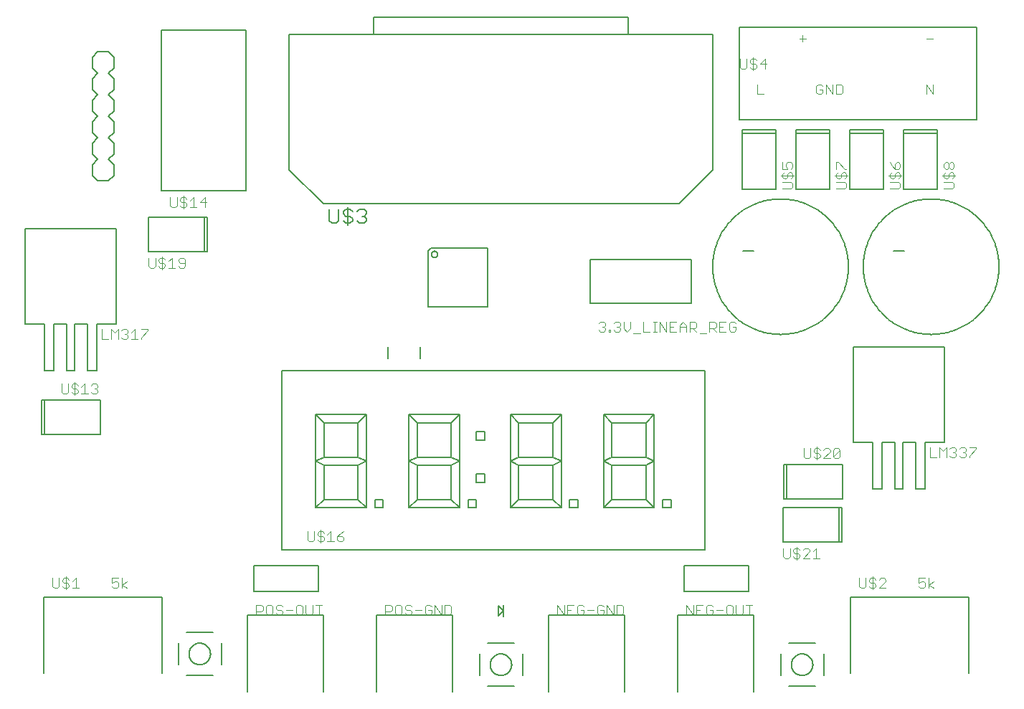
<source format=gto>
G75*
%MOIN*%
%OFA0B0*%
%FSLAX25Y25*%
%IPPOS*%
%LPD*%
%AMOC8*
5,1,8,0,0,1.08239X$1,22.5*
%
%ADD10C,0.00500*%
%ADD11C,0.00400*%
%ADD12C,0.00600*%
%ADD13C,0.00800*%
D10*
X0023441Y0064990D02*
X0023441Y0100423D01*
X0078559Y0100423D01*
X0078559Y0064990D01*
X0118126Y0056368D02*
X0118126Y0091801D01*
X0153559Y0091801D01*
X0153559Y0056368D01*
X0178126Y0056368D02*
X0178126Y0091801D01*
X0213559Y0091801D01*
X0213559Y0056368D01*
X0258126Y0056368D02*
X0258126Y0091801D01*
X0293559Y0091801D01*
X0293559Y0056368D01*
X0318126Y0056368D02*
X0318126Y0091801D01*
X0353559Y0091801D01*
X0353559Y0056368D01*
X0398441Y0064990D02*
X0398441Y0100423D01*
X0453559Y0100423D01*
X0453559Y0064990D01*
X0394622Y0126053D02*
X0393047Y0126053D01*
X0393047Y0141801D01*
X0394622Y0141801D01*
X0394622Y0126053D01*
X0393047Y0126053D02*
X0367063Y0126053D01*
X0367063Y0141801D01*
X0393047Y0141801D01*
X0394937Y0146053D02*
X0368953Y0146053D01*
X0368953Y0161801D01*
X0394937Y0161801D01*
X0394937Y0146053D01*
X0408795Y0150502D02*
X0413126Y0150502D01*
X0413126Y0172156D01*
X0419031Y0172156D01*
X0419031Y0150502D01*
X0422969Y0150502D01*
X0422969Y0172156D01*
X0428874Y0172156D01*
X0428874Y0150502D01*
X0433205Y0150502D01*
X0433205Y0172156D01*
X0442260Y0172156D01*
X0442260Y0216644D01*
X0399740Y0216644D01*
X0399740Y0172156D01*
X0408795Y0172156D01*
X0408795Y0150502D01*
X0368953Y0146053D02*
X0367378Y0146053D01*
X0367378Y0161801D01*
X0368953Y0161801D01*
X0330921Y0122116D02*
X0330921Y0205581D01*
X0190646Y0205581D01*
X0190567Y0205581D02*
X0134071Y0205581D01*
X0134071Y0122116D01*
X0330921Y0122116D01*
X0315173Y0141801D02*
X0311236Y0141801D01*
X0311236Y0145738D01*
X0315173Y0145738D01*
X0315173Y0141801D01*
X0307299Y0141801D02*
X0303362Y0145738D01*
X0303362Y0161486D01*
X0307299Y0163455D01*
X0303362Y0165423D01*
X0287614Y0165423D01*
X0283677Y0163455D01*
X0287614Y0161486D01*
X0303362Y0161486D01*
X0303362Y0165423D02*
X0303362Y0181171D01*
X0307299Y0185108D01*
X0283677Y0185108D01*
X0287614Y0181171D01*
X0287614Y0165423D01*
X0287614Y0161486D02*
X0287614Y0145738D01*
X0283677Y0141801D01*
X0307299Y0141801D01*
X0307299Y0163455D01*
X0307299Y0185108D01*
X0303362Y0181171D02*
X0287614Y0181171D01*
X0283677Y0185108D02*
X0283677Y0163455D01*
X0283677Y0141801D01*
X0287614Y0145738D02*
X0303362Y0145738D01*
X0271866Y0145738D02*
X0271866Y0141801D01*
X0267929Y0141801D01*
X0267929Y0145738D01*
X0271866Y0145738D01*
X0263992Y0141801D02*
X0260055Y0145738D01*
X0260055Y0161486D01*
X0263992Y0163455D01*
X0260055Y0165423D01*
X0244307Y0165423D01*
X0240370Y0163455D01*
X0244307Y0161486D01*
X0260055Y0161486D01*
X0260055Y0165423D02*
X0260055Y0181171D01*
X0263992Y0185108D01*
X0240370Y0185108D01*
X0244307Y0181171D01*
X0244307Y0165423D01*
X0244307Y0161486D02*
X0244307Y0145738D01*
X0240370Y0141801D01*
X0263992Y0141801D01*
X0263992Y0163455D01*
X0263992Y0185108D01*
X0260055Y0181171D02*
X0244307Y0181171D01*
X0240370Y0185108D02*
X0240370Y0163455D01*
X0240370Y0141801D01*
X0244307Y0145738D02*
X0260055Y0145738D01*
X0228559Y0153612D02*
X0228559Y0157549D01*
X0224622Y0157549D01*
X0224622Y0153612D01*
X0228559Y0153612D01*
X0224622Y0145738D02*
X0220685Y0145738D01*
X0220685Y0141801D01*
X0224622Y0141801D01*
X0224622Y0145738D01*
X0216748Y0141801D02*
X0212811Y0145738D01*
X0212811Y0161486D01*
X0216748Y0163455D01*
X0212811Y0165423D01*
X0197063Y0165423D01*
X0193126Y0163455D01*
X0197063Y0161486D01*
X0212811Y0161486D01*
X0212811Y0165423D02*
X0212811Y0181171D01*
X0216748Y0185108D01*
X0193126Y0185108D01*
X0197063Y0181171D01*
X0197063Y0165423D01*
X0197063Y0161486D02*
X0197063Y0145738D01*
X0193126Y0141801D01*
X0216748Y0141801D01*
X0216748Y0163455D01*
X0216748Y0185108D01*
X0212811Y0181171D02*
X0197063Y0181171D01*
X0193126Y0185108D02*
X0193126Y0163455D01*
X0193126Y0141801D01*
X0197063Y0145738D02*
X0212811Y0145738D01*
X0224622Y0173297D02*
X0228559Y0173297D01*
X0228559Y0177234D01*
X0224622Y0177234D01*
X0224622Y0173297D01*
X0181315Y0145738D02*
X0181315Y0141801D01*
X0177378Y0141801D01*
X0177378Y0145738D01*
X0181315Y0145738D01*
X0173441Y0141801D02*
X0169504Y0145738D01*
X0169504Y0161486D01*
X0173441Y0163455D01*
X0169504Y0165423D01*
X0153756Y0165423D01*
X0149819Y0163455D01*
X0153756Y0161486D01*
X0169504Y0161486D01*
X0169504Y0165423D02*
X0169504Y0181171D01*
X0173441Y0185108D01*
X0149819Y0185108D01*
X0153756Y0181171D01*
X0153756Y0165423D01*
X0153756Y0161486D02*
X0153756Y0145738D01*
X0149819Y0141801D01*
X0173441Y0141801D01*
X0173441Y0163455D01*
X0173441Y0185108D01*
X0169504Y0181171D02*
X0153756Y0181171D01*
X0149819Y0185108D02*
X0149819Y0163455D01*
X0149819Y0141801D01*
X0153756Y0145738D02*
X0169504Y0145738D01*
X0277378Y0236880D02*
X0324622Y0236880D01*
X0324622Y0257352D01*
X0277378Y0257352D01*
X0277378Y0236880D01*
X0318677Y0283179D02*
X0334425Y0298927D01*
X0334425Y0361919D01*
X0295055Y0361919D01*
X0295055Y0369793D01*
X0176945Y0369793D01*
X0176945Y0361919D01*
X0137575Y0361919D01*
X0137575Y0298927D01*
X0153323Y0283179D01*
X0318677Y0283179D01*
X0348126Y0289990D02*
X0348126Y0315974D01*
X0363874Y0315974D01*
X0363874Y0289990D01*
X0348126Y0289990D01*
X0373126Y0289990D02*
X0373126Y0315974D01*
X0388874Y0315974D01*
X0388874Y0289990D01*
X0373126Y0289990D01*
X0398126Y0289990D02*
X0398126Y0315974D01*
X0413874Y0315974D01*
X0413874Y0289990D01*
X0398126Y0289990D01*
X0423126Y0289990D02*
X0423126Y0315974D01*
X0438874Y0315974D01*
X0438874Y0289990D01*
X0423126Y0289990D01*
X0423126Y0315974D02*
X0423126Y0317549D01*
X0438874Y0317549D01*
X0438874Y0315974D01*
X0457181Y0322116D02*
X0457181Y0365423D01*
X0346945Y0365423D01*
X0346945Y0322116D01*
X0457181Y0322116D01*
X0413874Y0317549D02*
X0413874Y0315974D01*
X0413874Y0317549D02*
X0398126Y0317549D01*
X0398126Y0315974D01*
X0388874Y0315974D02*
X0388874Y0317549D01*
X0373126Y0317549D01*
X0373126Y0315974D01*
X0363874Y0315974D02*
X0363874Y0317549D01*
X0348126Y0317549D01*
X0348126Y0315974D01*
X0295055Y0361919D02*
X0176945Y0361919D01*
X0117496Y0364045D02*
X0117496Y0289242D01*
X0078126Y0289242D01*
X0078126Y0364045D01*
X0117496Y0364045D01*
X0099622Y0276801D02*
X0099622Y0261053D01*
X0098047Y0261053D01*
X0098047Y0276801D01*
X0099622Y0276801D01*
X0098047Y0276801D02*
X0072063Y0276801D01*
X0072063Y0261053D01*
X0098047Y0261053D01*
X0057260Y0271644D02*
X0057260Y0227156D01*
X0048205Y0227156D01*
X0048205Y0205502D01*
X0043874Y0205502D01*
X0043874Y0227156D01*
X0037969Y0227156D01*
X0037969Y0205502D01*
X0034031Y0205502D01*
X0034031Y0227156D01*
X0028126Y0227156D01*
X0028126Y0205502D01*
X0023795Y0205502D01*
X0023795Y0227156D01*
X0014740Y0227156D01*
X0014740Y0271644D01*
X0057260Y0271644D01*
X0049937Y0191801D02*
X0023953Y0191801D01*
X0023953Y0176053D01*
X0022378Y0176053D01*
X0022378Y0191801D01*
X0023953Y0191801D01*
X0023953Y0176053D02*
X0049937Y0176053D01*
X0049937Y0191801D01*
D11*
X0047835Y0194875D02*
X0046300Y0194875D01*
X0045533Y0195643D01*
X0043998Y0194875D02*
X0040929Y0194875D01*
X0042464Y0194875D02*
X0042464Y0199479D01*
X0040929Y0197944D01*
X0039394Y0198712D02*
X0038627Y0199479D01*
X0037093Y0199479D01*
X0036325Y0198712D01*
X0036325Y0197944D01*
X0037093Y0197177D01*
X0038627Y0197177D01*
X0039394Y0196410D01*
X0039394Y0195643D01*
X0038627Y0194875D01*
X0037093Y0194875D01*
X0036325Y0195643D01*
X0034791Y0195643D02*
X0034791Y0199479D01*
X0031721Y0199479D02*
X0031721Y0195643D01*
X0032489Y0194875D01*
X0034023Y0194875D01*
X0034791Y0195643D01*
X0037860Y0194108D02*
X0037860Y0200246D01*
X0045533Y0198712D02*
X0046300Y0199479D01*
X0047835Y0199479D01*
X0048602Y0198712D01*
X0048602Y0197944D01*
X0047835Y0197177D01*
X0048602Y0196410D01*
X0048602Y0195643D01*
X0047835Y0194875D01*
X0047835Y0197177D02*
X0047068Y0197177D01*
X0050373Y0220269D02*
X0053443Y0220269D01*
X0054977Y0220269D02*
X0054977Y0224873D01*
X0056512Y0223338D01*
X0058046Y0224873D01*
X0058046Y0220269D01*
X0059581Y0221036D02*
X0060348Y0220269D01*
X0061883Y0220269D01*
X0062650Y0221036D01*
X0062650Y0221804D01*
X0061883Y0222571D01*
X0061116Y0222571D01*
X0061883Y0222571D02*
X0062650Y0223338D01*
X0062650Y0224105D01*
X0061883Y0224873D01*
X0060348Y0224873D01*
X0059581Y0224105D01*
X0064185Y0223338D02*
X0065720Y0224873D01*
X0065720Y0220269D01*
X0067254Y0220269D02*
X0064185Y0220269D01*
X0068789Y0220269D02*
X0068789Y0221036D01*
X0071858Y0224105D01*
X0071858Y0224873D01*
X0068789Y0224873D01*
X0050373Y0224873D02*
X0050373Y0220269D01*
X0073030Y0253379D02*
X0074565Y0253379D01*
X0075332Y0254146D01*
X0075332Y0257983D01*
X0076867Y0257216D02*
X0077634Y0257983D01*
X0079169Y0257983D01*
X0079936Y0257216D01*
X0079169Y0255681D02*
X0077634Y0255681D01*
X0076867Y0256448D01*
X0076867Y0257216D01*
X0078402Y0258750D02*
X0078402Y0252612D01*
X0079169Y0253379D02*
X0079936Y0254146D01*
X0079936Y0254914D01*
X0079169Y0255681D01*
X0079169Y0253379D02*
X0077634Y0253379D01*
X0076867Y0254146D01*
X0073030Y0253379D02*
X0072263Y0254146D01*
X0072263Y0257983D01*
X0081471Y0256448D02*
X0083005Y0257983D01*
X0083005Y0253379D01*
X0081471Y0253379D02*
X0084540Y0253379D01*
X0086075Y0254146D02*
X0086842Y0253379D01*
X0088377Y0253379D01*
X0089144Y0254146D01*
X0089144Y0257216D01*
X0088377Y0257983D01*
X0086842Y0257983D01*
X0086075Y0257216D01*
X0086075Y0256448D01*
X0086842Y0255681D01*
X0089144Y0255681D01*
X0088402Y0280801D02*
X0088402Y0286939D01*
X0089169Y0286172D02*
X0089936Y0285405D01*
X0089169Y0286172D02*
X0087634Y0286172D01*
X0086867Y0285405D01*
X0086867Y0284637D01*
X0087634Y0283870D01*
X0089169Y0283870D01*
X0089936Y0283103D01*
X0089936Y0282335D01*
X0089169Y0281568D01*
X0087634Y0281568D01*
X0086867Y0282335D01*
X0085332Y0282335D02*
X0085332Y0286172D01*
X0082263Y0286172D02*
X0082263Y0282335D01*
X0083030Y0281568D01*
X0084565Y0281568D01*
X0085332Y0282335D01*
X0091471Y0281568D02*
X0094540Y0281568D01*
X0093005Y0281568D02*
X0093005Y0286172D01*
X0091471Y0284637D01*
X0096075Y0283870D02*
X0099144Y0283870D01*
X0098377Y0281568D02*
X0098377Y0286172D01*
X0096075Y0283870D01*
X0152220Y0131624D02*
X0152220Y0125486D01*
X0151453Y0126253D02*
X0152988Y0126253D01*
X0153755Y0127020D01*
X0153755Y0127788D01*
X0152988Y0128555D01*
X0151453Y0128555D01*
X0150686Y0129322D01*
X0150686Y0130090D01*
X0151453Y0130857D01*
X0152988Y0130857D01*
X0153755Y0130090D01*
X0155290Y0129322D02*
X0156824Y0130857D01*
X0156824Y0126253D01*
X0155290Y0126253D02*
X0158359Y0126253D01*
X0159894Y0127020D02*
X0159894Y0128555D01*
X0162196Y0128555D01*
X0162963Y0127788D01*
X0162963Y0127020D01*
X0162196Y0126253D01*
X0160661Y0126253D01*
X0159894Y0127020D01*
X0159894Y0128555D02*
X0161428Y0130090D01*
X0162963Y0130857D01*
X0151453Y0126253D02*
X0150686Y0127020D01*
X0149151Y0127020D02*
X0149151Y0130857D01*
X0146082Y0130857D02*
X0146082Y0127020D01*
X0146849Y0126253D01*
X0148384Y0126253D01*
X0149151Y0127020D01*
X0149887Y0096605D02*
X0152956Y0096605D01*
X0151421Y0096605D02*
X0151421Y0092001D01*
X0148352Y0092768D02*
X0148352Y0096605D01*
X0145283Y0096605D02*
X0145283Y0092768D01*
X0146050Y0092001D01*
X0147585Y0092001D01*
X0148352Y0092768D01*
X0143748Y0092768D02*
X0143748Y0095838D01*
X0142981Y0096605D01*
X0141446Y0096605D01*
X0140679Y0095838D01*
X0140679Y0092768D01*
X0141446Y0092001D01*
X0142981Y0092001D01*
X0143748Y0092768D01*
X0139144Y0094303D02*
X0136075Y0094303D01*
X0134540Y0093536D02*
X0134540Y0092768D01*
X0133773Y0092001D01*
X0132238Y0092001D01*
X0131471Y0092768D01*
X0129936Y0092768D02*
X0129936Y0095838D01*
X0129169Y0096605D01*
X0127634Y0096605D01*
X0126867Y0095838D01*
X0126867Y0092768D01*
X0127634Y0092001D01*
X0129169Y0092001D01*
X0129936Y0092768D01*
X0132238Y0094303D02*
X0133773Y0094303D01*
X0134540Y0093536D01*
X0134540Y0095838D02*
X0133773Y0096605D01*
X0132238Y0096605D01*
X0131471Y0095838D01*
X0131471Y0095070D01*
X0132238Y0094303D01*
X0125332Y0094303D02*
X0125332Y0095838D01*
X0124565Y0096605D01*
X0122263Y0096605D01*
X0122263Y0092001D01*
X0122263Y0093536D02*
X0124565Y0093536D01*
X0125332Y0094303D01*
X0182263Y0093536D02*
X0184565Y0093536D01*
X0185332Y0094303D01*
X0185332Y0095838D01*
X0184565Y0096605D01*
X0182263Y0096605D01*
X0182263Y0092001D01*
X0186867Y0092768D02*
X0186867Y0095838D01*
X0187634Y0096605D01*
X0189169Y0096605D01*
X0189936Y0095838D01*
X0189936Y0092768D01*
X0189169Y0092001D01*
X0187634Y0092001D01*
X0186867Y0092768D01*
X0191471Y0092768D02*
X0192238Y0092001D01*
X0193773Y0092001D01*
X0194540Y0092768D01*
X0194540Y0093536D01*
X0193773Y0094303D01*
X0192238Y0094303D01*
X0191471Y0095070D01*
X0191471Y0095838D01*
X0192238Y0096605D01*
X0193773Y0096605D01*
X0194540Y0095838D01*
X0196075Y0094303D02*
X0199144Y0094303D01*
X0200679Y0092768D02*
X0201446Y0092001D01*
X0202981Y0092001D01*
X0203748Y0092768D01*
X0203748Y0094303D01*
X0202213Y0094303D01*
X0200679Y0095838D02*
X0200679Y0092768D01*
X0200679Y0095838D02*
X0201446Y0096605D01*
X0202981Y0096605D01*
X0203748Y0095838D01*
X0205283Y0096605D02*
X0208352Y0092001D01*
X0208352Y0096605D01*
X0209887Y0096605D02*
X0212188Y0096605D01*
X0212956Y0095838D01*
X0212956Y0092768D01*
X0212188Y0092001D01*
X0209887Y0092001D01*
X0209887Y0096605D01*
X0205283Y0096605D02*
X0205283Y0092001D01*
X0262263Y0092001D02*
X0262263Y0096605D01*
X0265332Y0092001D01*
X0265332Y0096605D01*
X0266867Y0096605D02*
X0266867Y0092001D01*
X0269936Y0092001D01*
X0271471Y0092768D02*
X0272238Y0092001D01*
X0273773Y0092001D01*
X0274540Y0092768D01*
X0274540Y0094303D01*
X0273005Y0094303D01*
X0271471Y0095838D02*
X0271471Y0092768D01*
X0271471Y0095838D02*
X0272238Y0096605D01*
X0273773Y0096605D01*
X0274540Y0095838D01*
X0276075Y0094303D02*
X0279144Y0094303D01*
X0280679Y0092768D02*
X0281446Y0092001D01*
X0282981Y0092001D01*
X0283748Y0092768D01*
X0283748Y0094303D01*
X0282213Y0094303D01*
X0280679Y0095838D02*
X0280679Y0092768D01*
X0280679Y0095838D02*
X0281446Y0096605D01*
X0282981Y0096605D01*
X0283748Y0095838D01*
X0285283Y0096605D02*
X0288352Y0092001D01*
X0288352Y0096605D01*
X0289887Y0096605D02*
X0289887Y0092001D01*
X0292188Y0092001D01*
X0292956Y0092768D01*
X0292956Y0095838D01*
X0292188Y0096605D01*
X0289887Y0096605D01*
X0285283Y0096605D02*
X0285283Y0092001D01*
X0269936Y0096605D02*
X0266867Y0096605D01*
X0266867Y0094303D02*
X0268402Y0094303D01*
X0322263Y0092001D02*
X0322263Y0096605D01*
X0325332Y0092001D01*
X0325332Y0096605D01*
X0326867Y0096605D02*
X0326867Y0092001D01*
X0329936Y0092001D01*
X0331471Y0092768D02*
X0332238Y0092001D01*
X0333773Y0092001D01*
X0334540Y0092768D01*
X0334540Y0094303D01*
X0333005Y0094303D01*
X0331471Y0095838D02*
X0331471Y0092768D01*
X0331471Y0095838D02*
X0332238Y0096605D01*
X0333773Y0096605D01*
X0334540Y0095838D01*
X0336075Y0094303D02*
X0339144Y0094303D01*
X0340679Y0092768D02*
X0341446Y0092001D01*
X0342981Y0092001D01*
X0343748Y0092768D01*
X0343748Y0095838D01*
X0342981Y0096605D01*
X0341446Y0096605D01*
X0340679Y0095838D01*
X0340679Y0092768D01*
X0345283Y0092768D02*
X0345283Y0096605D01*
X0348352Y0096605D02*
X0348352Y0092768D01*
X0347585Y0092001D01*
X0346050Y0092001D01*
X0345283Y0092768D01*
X0349887Y0096605D02*
X0352956Y0096605D01*
X0351421Y0096605D02*
X0351421Y0092001D01*
X0329936Y0096605D02*
X0326867Y0096605D01*
X0326867Y0094303D02*
X0328402Y0094303D01*
X0367263Y0119146D02*
X0368030Y0118379D01*
X0369565Y0118379D01*
X0370332Y0119146D01*
X0370332Y0122983D01*
X0371867Y0122216D02*
X0372634Y0122983D01*
X0374169Y0122983D01*
X0374936Y0122216D01*
X0376471Y0122216D02*
X0377238Y0122983D01*
X0378773Y0122983D01*
X0379540Y0122216D01*
X0379540Y0121448D01*
X0376471Y0118379D01*
X0379540Y0118379D01*
X0381075Y0118379D02*
X0384144Y0118379D01*
X0382609Y0118379D02*
X0382609Y0122983D01*
X0381075Y0121448D01*
X0374936Y0119914D02*
X0374169Y0120681D01*
X0372634Y0120681D01*
X0371867Y0121448D01*
X0371867Y0122216D01*
X0373402Y0123750D02*
X0373402Y0117612D01*
X0374169Y0118379D02*
X0374936Y0119146D01*
X0374936Y0119914D01*
X0374169Y0118379D02*
X0372634Y0118379D01*
X0371867Y0119146D01*
X0367263Y0119146D02*
X0367263Y0122983D01*
X0402578Y0109164D02*
X0402578Y0105328D01*
X0403345Y0104560D01*
X0404880Y0104560D01*
X0405647Y0105328D01*
X0405647Y0109164D01*
X0407182Y0108397D02*
X0407949Y0109164D01*
X0409484Y0109164D01*
X0410251Y0108397D01*
X0411786Y0108397D02*
X0412553Y0109164D01*
X0414088Y0109164D01*
X0414855Y0108397D01*
X0414855Y0107630D01*
X0411786Y0104560D01*
X0414855Y0104560D01*
X0410251Y0105328D02*
X0410251Y0106095D01*
X0409484Y0106862D01*
X0407949Y0106862D01*
X0407182Y0107630D01*
X0407182Y0108397D01*
X0408717Y0109931D02*
X0408717Y0103793D01*
X0409484Y0104560D02*
X0410251Y0105328D01*
X0409484Y0104560D02*
X0407949Y0104560D01*
X0407182Y0105328D01*
X0430137Y0105328D02*
X0430904Y0104560D01*
X0432439Y0104560D01*
X0433206Y0105328D01*
X0433206Y0106862D01*
X0432439Y0107630D01*
X0431672Y0107630D01*
X0430137Y0106862D01*
X0430137Y0109164D01*
X0433206Y0109164D01*
X0434741Y0109164D02*
X0434741Y0104560D01*
X0434741Y0106095D02*
X0437043Y0107630D01*
X0434741Y0106095D02*
X0437043Y0104560D01*
X0438443Y0165269D02*
X0435373Y0165269D01*
X0435373Y0169873D01*
X0439977Y0169873D02*
X0439977Y0165269D01*
X0443046Y0165269D02*
X0443046Y0169873D01*
X0441512Y0168338D01*
X0439977Y0169873D01*
X0444581Y0169105D02*
X0445348Y0169873D01*
X0446883Y0169873D01*
X0447650Y0169105D01*
X0447650Y0168338D01*
X0446883Y0167571D01*
X0447650Y0166804D01*
X0447650Y0166036D01*
X0446883Y0165269D01*
X0445348Y0165269D01*
X0444581Y0166036D01*
X0446116Y0167571D02*
X0446883Y0167571D01*
X0449185Y0169105D02*
X0449952Y0169873D01*
X0451487Y0169873D01*
X0452254Y0169105D01*
X0452254Y0168338D01*
X0451487Y0167571D01*
X0452254Y0166804D01*
X0452254Y0166036D01*
X0451487Y0165269D01*
X0449952Y0165269D01*
X0449185Y0166036D01*
X0450720Y0167571D02*
X0451487Y0167571D01*
X0453789Y0166036D02*
X0453789Y0165269D01*
X0453789Y0166036D02*
X0456858Y0169105D01*
X0456858Y0169873D01*
X0453789Y0169873D01*
X0393602Y0168712D02*
X0390533Y0165643D01*
X0391300Y0164875D01*
X0392835Y0164875D01*
X0393602Y0165643D01*
X0393602Y0168712D01*
X0392835Y0169479D01*
X0391300Y0169479D01*
X0390533Y0168712D01*
X0390533Y0165643D01*
X0388998Y0164875D02*
X0385929Y0164875D01*
X0388998Y0167944D01*
X0388998Y0168712D01*
X0388231Y0169479D01*
X0386696Y0169479D01*
X0385929Y0168712D01*
X0384394Y0168712D02*
X0383627Y0169479D01*
X0382093Y0169479D01*
X0381325Y0168712D01*
X0381325Y0167944D01*
X0382093Y0167177D01*
X0383627Y0167177D01*
X0384394Y0166410D01*
X0384394Y0165643D01*
X0383627Y0164875D01*
X0382093Y0164875D01*
X0381325Y0165643D01*
X0379791Y0165643D02*
X0379791Y0169479D01*
X0376721Y0169479D02*
X0376721Y0165643D01*
X0377489Y0164875D01*
X0379023Y0164875D01*
X0379791Y0165643D01*
X0382860Y0164108D02*
X0382860Y0170246D01*
X0344435Y0223694D02*
X0345203Y0224461D01*
X0345203Y0225996D01*
X0343668Y0225996D01*
X0345203Y0227531D02*
X0344435Y0228298D01*
X0342901Y0228298D01*
X0342133Y0227531D01*
X0342133Y0224461D01*
X0342901Y0223694D01*
X0344435Y0223694D01*
X0340599Y0223694D02*
X0337529Y0223694D01*
X0337529Y0228298D01*
X0340599Y0228298D01*
X0339064Y0225996D02*
X0337529Y0225996D01*
X0335995Y0225996D02*
X0335227Y0225229D01*
X0332925Y0225229D01*
X0332925Y0223694D02*
X0332925Y0228298D01*
X0335227Y0228298D01*
X0335995Y0227531D01*
X0335995Y0225996D01*
X0334460Y0225229D02*
X0335995Y0223694D01*
X0331391Y0222927D02*
X0328322Y0222927D01*
X0326787Y0223694D02*
X0325252Y0225229D01*
X0326020Y0225229D02*
X0323718Y0225229D01*
X0323718Y0223694D02*
X0323718Y0228298D01*
X0326020Y0228298D01*
X0326787Y0227531D01*
X0326787Y0225996D01*
X0326020Y0225229D01*
X0322183Y0225996D02*
X0319114Y0225996D01*
X0319114Y0226763D02*
X0320648Y0228298D01*
X0322183Y0226763D01*
X0322183Y0223694D01*
X0319114Y0223694D02*
X0319114Y0226763D01*
X0317579Y0228298D02*
X0314510Y0228298D01*
X0314510Y0223694D01*
X0317579Y0223694D01*
X0316044Y0225996D02*
X0314510Y0225996D01*
X0312975Y0223694D02*
X0312975Y0228298D01*
X0309906Y0228298D02*
X0309906Y0223694D01*
X0308371Y0223694D02*
X0306837Y0223694D01*
X0307604Y0223694D02*
X0307604Y0228298D01*
X0306837Y0228298D02*
X0308371Y0228298D01*
X0309906Y0228298D02*
X0312975Y0223694D01*
X0305302Y0223694D02*
X0302233Y0223694D01*
X0302233Y0228298D01*
X0300698Y0222927D02*
X0297629Y0222927D01*
X0296094Y0225229D02*
X0296094Y0228298D01*
X0293025Y0228298D02*
X0293025Y0225229D01*
X0294559Y0223694D01*
X0296094Y0225229D01*
X0291490Y0225229D02*
X0290723Y0225996D01*
X0289955Y0225996D01*
X0290723Y0225996D02*
X0291490Y0226763D01*
X0291490Y0227531D01*
X0290723Y0228298D01*
X0289188Y0228298D01*
X0288421Y0227531D01*
X0288421Y0224461D02*
X0289188Y0223694D01*
X0290723Y0223694D01*
X0291490Y0224461D01*
X0291490Y0225229D01*
X0286886Y0224461D02*
X0286886Y0223694D01*
X0286119Y0223694D01*
X0286119Y0224461D01*
X0286886Y0224461D01*
X0284584Y0224461D02*
X0283817Y0223694D01*
X0282282Y0223694D01*
X0281515Y0224461D01*
X0283050Y0225996D02*
X0283817Y0225996D01*
X0284584Y0225229D01*
X0284584Y0224461D01*
X0283817Y0225996D02*
X0284584Y0226763D01*
X0284584Y0227531D01*
X0283817Y0228298D01*
X0282282Y0228298D01*
X0281515Y0227531D01*
X0366944Y0290190D02*
X0370781Y0290190D01*
X0371548Y0290957D01*
X0371548Y0292492D01*
X0370781Y0293259D01*
X0366944Y0293259D01*
X0367711Y0294794D02*
X0366944Y0295561D01*
X0366944Y0297096D01*
X0367711Y0297863D01*
X0366944Y0299398D02*
X0369246Y0299398D01*
X0368479Y0300933D01*
X0368479Y0301700D01*
X0369246Y0302467D01*
X0370781Y0302467D01*
X0371548Y0301700D01*
X0371548Y0300165D01*
X0370781Y0299398D01*
X0370781Y0297863D02*
X0370013Y0297863D01*
X0369246Y0297096D01*
X0369246Y0295561D01*
X0368479Y0294794D01*
X0367711Y0294794D01*
X0366177Y0296329D02*
X0372315Y0296329D01*
X0371548Y0297096D02*
X0370781Y0297863D01*
X0371548Y0297096D02*
X0371548Y0295561D01*
X0370781Y0294794D01*
X0366944Y0299398D02*
X0366944Y0302467D01*
X0391177Y0296329D02*
X0397315Y0296329D01*
X0396548Y0297096D02*
X0395781Y0297863D01*
X0395013Y0297863D01*
X0394246Y0297096D01*
X0394246Y0295561D01*
X0393479Y0294794D01*
X0392711Y0294794D01*
X0391944Y0295561D01*
X0391944Y0297096D01*
X0392711Y0297863D01*
X0391944Y0299398D02*
X0391944Y0302467D01*
X0392711Y0302467D01*
X0395781Y0299398D01*
X0396548Y0299398D01*
X0396548Y0297096D02*
X0396548Y0295561D01*
X0395781Y0294794D01*
X0395781Y0293259D02*
X0391944Y0293259D01*
X0391944Y0290190D02*
X0395781Y0290190D01*
X0396548Y0290957D01*
X0396548Y0292492D01*
X0395781Y0293259D01*
X0416177Y0296329D02*
X0422315Y0296329D01*
X0421548Y0297096D02*
X0420781Y0297863D01*
X0420013Y0297863D01*
X0419246Y0297096D01*
X0419246Y0295561D01*
X0418479Y0294794D01*
X0417711Y0294794D01*
X0416944Y0295561D01*
X0416944Y0297096D01*
X0417711Y0297863D01*
X0419246Y0299398D02*
X0417711Y0300933D01*
X0416944Y0302467D01*
X0419246Y0301700D02*
X0419246Y0299398D01*
X0420781Y0299398D01*
X0421548Y0300165D01*
X0421548Y0301700D01*
X0420781Y0302467D01*
X0420013Y0302467D01*
X0419246Y0301700D01*
X0421548Y0297096D02*
X0421548Y0295561D01*
X0420781Y0294794D01*
X0420781Y0293259D02*
X0416944Y0293259D01*
X0416944Y0290190D02*
X0420781Y0290190D01*
X0421548Y0290957D01*
X0421548Y0292492D01*
X0420781Y0293259D01*
X0441177Y0296329D02*
X0447315Y0296329D01*
X0446548Y0297096D02*
X0445781Y0297863D01*
X0445013Y0297863D01*
X0444246Y0297096D01*
X0444246Y0295561D01*
X0443479Y0294794D01*
X0442711Y0294794D01*
X0441944Y0295561D01*
X0441944Y0297096D01*
X0442711Y0297863D01*
X0442711Y0299398D02*
X0443479Y0299398D01*
X0444246Y0300165D01*
X0444246Y0301700D01*
X0445013Y0302467D01*
X0445781Y0302467D01*
X0446548Y0301700D01*
X0446548Y0300165D01*
X0445781Y0299398D01*
X0445013Y0299398D01*
X0444246Y0300165D01*
X0444246Y0301700D02*
X0443479Y0302467D01*
X0442711Y0302467D01*
X0441944Y0301700D01*
X0441944Y0300165D01*
X0442711Y0299398D01*
X0446548Y0297096D02*
X0446548Y0295561D01*
X0445781Y0294794D01*
X0445781Y0293259D02*
X0441944Y0293259D01*
X0441944Y0290190D02*
X0445781Y0290190D01*
X0446548Y0290957D01*
X0446548Y0292492D01*
X0445781Y0293259D01*
X0436828Y0334127D02*
X0436828Y0338731D01*
X0433759Y0338731D02*
X0436828Y0334127D01*
X0433759Y0334127D02*
X0433759Y0338731D01*
X0433759Y0360051D02*
X0436828Y0360051D01*
X0394855Y0337964D02*
X0394855Y0334894D01*
X0394088Y0334127D01*
X0391786Y0334127D01*
X0391786Y0338731D01*
X0394088Y0338731D01*
X0394855Y0337964D01*
X0390251Y0338731D02*
X0390251Y0334127D01*
X0387182Y0338731D01*
X0387182Y0334127D01*
X0385647Y0334894D02*
X0385647Y0336429D01*
X0384113Y0336429D01*
X0385647Y0334894D02*
X0384880Y0334127D01*
X0383345Y0334127D01*
X0382578Y0334894D01*
X0382578Y0337964D01*
X0383345Y0338731D01*
X0384880Y0338731D01*
X0385647Y0337964D01*
X0376239Y0358517D02*
X0376239Y0361586D01*
X0374704Y0360051D02*
X0377773Y0360051D01*
X0358655Y0350542D02*
X0356353Y0348240D01*
X0359422Y0348240D01*
X0358655Y0345938D02*
X0358655Y0350542D01*
X0354818Y0349775D02*
X0354051Y0350542D01*
X0352516Y0350542D01*
X0351749Y0349775D01*
X0351749Y0349007D01*
X0352516Y0348240D01*
X0354051Y0348240D01*
X0354818Y0347473D01*
X0354818Y0346705D01*
X0354051Y0345938D01*
X0352516Y0345938D01*
X0351749Y0346705D01*
X0350214Y0346705D02*
X0350214Y0350542D01*
X0347145Y0350542D02*
X0347145Y0346705D01*
X0347912Y0345938D01*
X0349447Y0345938D01*
X0350214Y0346705D01*
X0353283Y0345171D02*
X0353283Y0351309D01*
X0355019Y0338731D02*
X0355019Y0334127D01*
X0358088Y0334127D01*
X0062043Y0107630D02*
X0059741Y0106095D01*
X0062043Y0104560D01*
X0059741Y0104560D02*
X0059741Y0109164D01*
X0058206Y0109164D02*
X0055137Y0109164D01*
X0055137Y0106862D01*
X0056672Y0107630D01*
X0057439Y0107630D01*
X0058206Y0106862D01*
X0058206Y0105328D01*
X0057439Y0104560D01*
X0055904Y0104560D01*
X0055137Y0105328D01*
X0039855Y0104560D02*
X0036786Y0104560D01*
X0038320Y0104560D02*
X0038320Y0109164D01*
X0036786Y0107630D01*
X0035251Y0108397D02*
X0034484Y0109164D01*
X0032949Y0109164D01*
X0032182Y0108397D01*
X0032182Y0107630D01*
X0032949Y0106862D01*
X0034484Y0106862D01*
X0035251Y0106095D01*
X0035251Y0105328D01*
X0034484Y0104560D01*
X0032949Y0104560D01*
X0032182Y0105328D01*
X0030647Y0105328D02*
X0030647Y0109164D01*
X0027578Y0109164D02*
X0027578Y0105328D01*
X0028345Y0104560D01*
X0029880Y0104560D01*
X0030647Y0105328D01*
X0033717Y0103793D02*
X0033717Y0109931D01*
D12*
X0202201Y0235128D02*
X0202201Y0261329D01*
X0203598Y0262726D01*
X0229799Y0262726D01*
X0229799Y0235128D01*
X0202201Y0235128D01*
X0203786Y0259727D02*
X0203788Y0259802D01*
X0203794Y0259876D01*
X0203804Y0259950D01*
X0203817Y0260023D01*
X0203835Y0260096D01*
X0203856Y0260167D01*
X0203881Y0260238D01*
X0203910Y0260307D01*
X0203943Y0260374D01*
X0203979Y0260439D01*
X0204018Y0260503D01*
X0204060Y0260564D01*
X0204106Y0260623D01*
X0204155Y0260680D01*
X0204207Y0260733D01*
X0204261Y0260784D01*
X0204318Y0260833D01*
X0204378Y0260877D01*
X0204440Y0260919D01*
X0204504Y0260958D01*
X0204570Y0260993D01*
X0204637Y0261024D01*
X0204707Y0261052D01*
X0204777Y0261076D01*
X0204849Y0261097D01*
X0204922Y0261113D01*
X0204995Y0261126D01*
X0205070Y0261135D01*
X0205144Y0261140D01*
X0205219Y0261141D01*
X0205293Y0261138D01*
X0205368Y0261131D01*
X0205441Y0261120D01*
X0205515Y0261106D01*
X0205587Y0261087D01*
X0205658Y0261065D01*
X0205728Y0261039D01*
X0205797Y0261009D01*
X0205863Y0260976D01*
X0205928Y0260939D01*
X0205991Y0260899D01*
X0206052Y0260855D01*
X0206110Y0260809D01*
X0206166Y0260759D01*
X0206219Y0260707D01*
X0206270Y0260652D01*
X0206317Y0260594D01*
X0206361Y0260534D01*
X0206402Y0260471D01*
X0206440Y0260407D01*
X0206474Y0260341D01*
X0206505Y0260272D01*
X0206532Y0260203D01*
X0206555Y0260132D01*
X0206574Y0260060D01*
X0206590Y0259987D01*
X0206602Y0259913D01*
X0206610Y0259839D01*
X0206614Y0259764D01*
X0206614Y0259690D01*
X0206610Y0259615D01*
X0206602Y0259541D01*
X0206590Y0259467D01*
X0206574Y0259394D01*
X0206555Y0259322D01*
X0206532Y0259251D01*
X0206505Y0259182D01*
X0206474Y0259113D01*
X0206440Y0259047D01*
X0206402Y0258983D01*
X0206361Y0258920D01*
X0206317Y0258860D01*
X0206270Y0258802D01*
X0206219Y0258747D01*
X0206166Y0258695D01*
X0206110Y0258645D01*
X0206052Y0258599D01*
X0205991Y0258555D01*
X0205928Y0258515D01*
X0205863Y0258478D01*
X0205797Y0258445D01*
X0205728Y0258415D01*
X0205658Y0258389D01*
X0205587Y0258367D01*
X0205515Y0258348D01*
X0205441Y0258334D01*
X0205368Y0258323D01*
X0205293Y0258316D01*
X0205219Y0258313D01*
X0205144Y0258314D01*
X0205070Y0258319D01*
X0204995Y0258328D01*
X0204922Y0258341D01*
X0204849Y0258357D01*
X0204777Y0258378D01*
X0204707Y0258402D01*
X0204637Y0258430D01*
X0204570Y0258461D01*
X0204504Y0258496D01*
X0204440Y0258535D01*
X0204378Y0258577D01*
X0204318Y0258621D01*
X0204261Y0258670D01*
X0204207Y0258721D01*
X0204155Y0258774D01*
X0204106Y0258831D01*
X0204060Y0258890D01*
X0204018Y0258951D01*
X0203979Y0259015D01*
X0203943Y0259080D01*
X0203910Y0259147D01*
X0203881Y0259216D01*
X0203856Y0259287D01*
X0203835Y0259358D01*
X0203817Y0259431D01*
X0203804Y0259504D01*
X0203794Y0259578D01*
X0203788Y0259652D01*
X0203786Y0259727D01*
X0173461Y0275295D02*
X0172394Y0274227D01*
X0170259Y0274227D01*
X0169191Y0275295D01*
X0167016Y0275295D02*
X0165948Y0274227D01*
X0163813Y0274227D01*
X0162745Y0275295D01*
X0160570Y0275295D02*
X0160570Y0280633D01*
X0162745Y0279565D02*
X0163813Y0280633D01*
X0165948Y0280633D01*
X0167016Y0279565D01*
X0169191Y0279565D02*
X0170259Y0280633D01*
X0172394Y0280633D01*
X0173461Y0279565D01*
X0173461Y0278497D01*
X0172394Y0277430D01*
X0173461Y0276362D01*
X0173461Y0275295D01*
X0172394Y0277430D02*
X0171326Y0277430D01*
X0167016Y0276362D02*
X0165948Y0277430D01*
X0163813Y0277430D01*
X0162745Y0278497D01*
X0162745Y0279565D01*
X0164881Y0281700D02*
X0164881Y0273160D01*
X0167016Y0275295D02*
X0167016Y0276362D01*
X0160570Y0275295D02*
X0159503Y0274227D01*
X0157368Y0274227D01*
X0156300Y0275295D01*
X0156300Y0280633D01*
D13*
X0183603Y0216526D02*
X0183603Y0211408D01*
X0198367Y0211408D02*
X0198367Y0216526D01*
X0151000Y0114927D02*
X0121000Y0114927D01*
X0121000Y0102927D01*
X0151000Y0102927D01*
X0151000Y0114927D01*
X0106000Y0078809D02*
X0106000Y0069045D01*
X0102063Y0063927D02*
X0089937Y0063927D01*
X0086000Y0069045D02*
X0086000Y0078927D01*
X0089937Y0083927D02*
X0102063Y0083927D01*
X0091000Y0073927D02*
X0091002Y0074068D01*
X0091008Y0074209D01*
X0091018Y0074349D01*
X0091032Y0074489D01*
X0091050Y0074629D01*
X0091071Y0074768D01*
X0091097Y0074907D01*
X0091126Y0075045D01*
X0091160Y0075181D01*
X0091197Y0075317D01*
X0091238Y0075452D01*
X0091283Y0075586D01*
X0091332Y0075718D01*
X0091384Y0075849D01*
X0091440Y0075978D01*
X0091500Y0076105D01*
X0091563Y0076231D01*
X0091629Y0076355D01*
X0091700Y0076478D01*
X0091773Y0076598D01*
X0091850Y0076716D01*
X0091930Y0076832D01*
X0092014Y0076945D01*
X0092100Y0077056D01*
X0092190Y0077165D01*
X0092283Y0077271D01*
X0092378Y0077374D01*
X0092477Y0077475D01*
X0092578Y0077573D01*
X0092682Y0077668D01*
X0092789Y0077760D01*
X0092898Y0077849D01*
X0093010Y0077934D01*
X0093124Y0078017D01*
X0093240Y0078097D01*
X0093359Y0078173D01*
X0093480Y0078245D01*
X0093602Y0078315D01*
X0093727Y0078380D01*
X0093853Y0078443D01*
X0093981Y0078501D01*
X0094111Y0078556D01*
X0094242Y0078608D01*
X0094375Y0078655D01*
X0094509Y0078699D01*
X0094644Y0078740D01*
X0094780Y0078776D01*
X0094917Y0078808D01*
X0095055Y0078837D01*
X0095193Y0078862D01*
X0095333Y0078882D01*
X0095473Y0078899D01*
X0095613Y0078912D01*
X0095754Y0078921D01*
X0095894Y0078926D01*
X0096035Y0078927D01*
X0096176Y0078924D01*
X0096317Y0078917D01*
X0096457Y0078906D01*
X0096597Y0078891D01*
X0096737Y0078872D01*
X0096876Y0078850D01*
X0097014Y0078823D01*
X0097152Y0078793D01*
X0097288Y0078758D01*
X0097424Y0078720D01*
X0097558Y0078678D01*
X0097692Y0078632D01*
X0097824Y0078583D01*
X0097954Y0078529D01*
X0098083Y0078472D01*
X0098210Y0078412D01*
X0098336Y0078348D01*
X0098459Y0078280D01*
X0098581Y0078209D01*
X0098701Y0078135D01*
X0098818Y0078057D01*
X0098933Y0077976D01*
X0099046Y0077892D01*
X0099157Y0077805D01*
X0099265Y0077714D01*
X0099370Y0077621D01*
X0099473Y0077524D01*
X0099573Y0077425D01*
X0099670Y0077323D01*
X0099764Y0077218D01*
X0099855Y0077111D01*
X0099943Y0077001D01*
X0100028Y0076889D01*
X0100110Y0076774D01*
X0100189Y0076657D01*
X0100264Y0076538D01*
X0100336Y0076417D01*
X0100404Y0076294D01*
X0100469Y0076169D01*
X0100531Y0076042D01*
X0100588Y0075913D01*
X0100643Y0075783D01*
X0100693Y0075652D01*
X0100740Y0075519D01*
X0100783Y0075385D01*
X0100822Y0075249D01*
X0100857Y0075113D01*
X0100889Y0074976D01*
X0100916Y0074838D01*
X0100940Y0074699D01*
X0100960Y0074559D01*
X0100976Y0074419D01*
X0100988Y0074279D01*
X0100996Y0074138D01*
X0101000Y0073997D01*
X0101000Y0073857D01*
X0100996Y0073716D01*
X0100988Y0073575D01*
X0100976Y0073435D01*
X0100960Y0073295D01*
X0100940Y0073155D01*
X0100916Y0073016D01*
X0100889Y0072878D01*
X0100857Y0072741D01*
X0100822Y0072605D01*
X0100783Y0072469D01*
X0100740Y0072335D01*
X0100693Y0072202D01*
X0100643Y0072071D01*
X0100588Y0071941D01*
X0100531Y0071812D01*
X0100469Y0071685D01*
X0100404Y0071560D01*
X0100336Y0071437D01*
X0100264Y0071316D01*
X0100189Y0071197D01*
X0100110Y0071080D01*
X0100028Y0070965D01*
X0099943Y0070853D01*
X0099855Y0070743D01*
X0099764Y0070636D01*
X0099670Y0070531D01*
X0099573Y0070429D01*
X0099473Y0070330D01*
X0099370Y0070233D01*
X0099265Y0070140D01*
X0099157Y0070049D01*
X0099046Y0069962D01*
X0098933Y0069878D01*
X0098818Y0069797D01*
X0098701Y0069719D01*
X0098581Y0069645D01*
X0098459Y0069574D01*
X0098336Y0069506D01*
X0098210Y0069442D01*
X0098083Y0069382D01*
X0097954Y0069325D01*
X0097824Y0069271D01*
X0097692Y0069222D01*
X0097558Y0069176D01*
X0097424Y0069134D01*
X0097288Y0069096D01*
X0097152Y0069061D01*
X0097014Y0069031D01*
X0096876Y0069004D01*
X0096737Y0068982D01*
X0096597Y0068963D01*
X0096457Y0068948D01*
X0096317Y0068937D01*
X0096176Y0068930D01*
X0096035Y0068927D01*
X0095894Y0068928D01*
X0095754Y0068933D01*
X0095613Y0068942D01*
X0095473Y0068955D01*
X0095333Y0068972D01*
X0095193Y0068992D01*
X0095055Y0069017D01*
X0094917Y0069046D01*
X0094780Y0069078D01*
X0094644Y0069114D01*
X0094509Y0069155D01*
X0094375Y0069199D01*
X0094242Y0069246D01*
X0094111Y0069298D01*
X0093981Y0069353D01*
X0093853Y0069411D01*
X0093727Y0069474D01*
X0093602Y0069539D01*
X0093480Y0069609D01*
X0093359Y0069681D01*
X0093240Y0069757D01*
X0093124Y0069837D01*
X0093010Y0069920D01*
X0092898Y0070005D01*
X0092789Y0070094D01*
X0092682Y0070186D01*
X0092578Y0070281D01*
X0092477Y0070379D01*
X0092378Y0070480D01*
X0092283Y0070583D01*
X0092190Y0070689D01*
X0092100Y0070798D01*
X0092014Y0070909D01*
X0091930Y0071022D01*
X0091850Y0071138D01*
X0091773Y0071256D01*
X0091700Y0071376D01*
X0091629Y0071499D01*
X0091563Y0071623D01*
X0091500Y0071749D01*
X0091440Y0071876D01*
X0091384Y0072005D01*
X0091332Y0072136D01*
X0091283Y0072268D01*
X0091238Y0072402D01*
X0091197Y0072537D01*
X0091160Y0072673D01*
X0091126Y0072809D01*
X0091097Y0072947D01*
X0091071Y0073086D01*
X0091050Y0073225D01*
X0091032Y0073365D01*
X0091018Y0073505D01*
X0091008Y0073645D01*
X0091002Y0073786D01*
X0091000Y0073927D01*
X0226000Y0073927D02*
X0226000Y0064045D01*
X0229937Y0058927D02*
X0242063Y0058927D01*
X0246000Y0064045D02*
X0246000Y0073809D01*
X0242063Y0078927D02*
X0229937Y0078927D01*
X0231000Y0068927D02*
X0231002Y0069068D01*
X0231008Y0069209D01*
X0231018Y0069349D01*
X0231032Y0069489D01*
X0231050Y0069629D01*
X0231071Y0069768D01*
X0231097Y0069907D01*
X0231126Y0070045D01*
X0231160Y0070181D01*
X0231197Y0070317D01*
X0231238Y0070452D01*
X0231283Y0070586D01*
X0231332Y0070718D01*
X0231384Y0070849D01*
X0231440Y0070978D01*
X0231500Y0071105D01*
X0231563Y0071231D01*
X0231629Y0071355D01*
X0231700Y0071478D01*
X0231773Y0071598D01*
X0231850Y0071716D01*
X0231930Y0071832D01*
X0232014Y0071945D01*
X0232100Y0072056D01*
X0232190Y0072165D01*
X0232283Y0072271D01*
X0232378Y0072374D01*
X0232477Y0072475D01*
X0232578Y0072573D01*
X0232682Y0072668D01*
X0232789Y0072760D01*
X0232898Y0072849D01*
X0233010Y0072934D01*
X0233124Y0073017D01*
X0233240Y0073097D01*
X0233359Y0073173D01*
X0233480Y0073245D01*
X0233602Y0073315D01*
X0233727Y0073380D01*
X0233853Y0073443D01*
X0233981Y0073501D01*
X0234111Y0073556D01*
X0234242Y0073608D01*
X0234375Y0073655D01*
X0234509Y0073699D01*
X0234644Y0073740D01*
X0234780Y0073776D01*
X0234917Y0073808D01*
X0235055Y0073837D01*
X0235193Y0073862D01*
X0235333Y0073882D01*
X0235473Y0073899D01*
X0235613Y0073912D01*
X0235754Y0073921D01*
X0235894Y0073926D01*
X0236035Y0073927D01*
X0236176Y0073924D01*
X0236317Y0073917D01*
X0236457Y0073906D01*
X0236597Y0073891D01*
X0236737Y0073872D01*
X0236876Y0073850D01*
X0237014Y0073823D01*
X0237152Y0073793D01*
X0237288Y0073758D01*
X0237424Y0073720D01*
X0237558Y0073678D01*
X0237692Y0073632D01*
X0237824Y0073583D01*
X0237954Y0073529D01*
X0238083Y0073472D01*
X0238210Y0073412D01*
X0238336Y0073348D01*
X0238459Y0073280D01*
X0238581Y0073209D01*
X0238701Y0073135D01*
X0238818Y0073057D01*
X0238933Y0072976D01*
X0239046Y0072892D01*
X0239157Y0072805D01*
X0239265Y0072714D01*
X0239370Y0072621D01*
X0239473Y0072524D01*
X0239573Y0072425D01*
X0239670Y0072323D01*
X0239764Y0072218D01*
X0239855Y0072111D01*
X0239943Y0072001D01*
X0240028Y0071889D01*
X0240110Y0071774D01*
X0240189Y0071657D01*
X0240264Y0071538D01*
X0240336Y0071417D01*
X0240404Y0071294D01*
X0240469Y0071169D01*
X0240531Y0071042D01*
X0240588Y0070913D01*
X0240643Y0070783D01*
X0240693Y0070652D01*
X0240740Y0070519D01*
X0240783Y0070385D01*
X0240822Y0070249D01*
X0240857Y0070113D01*
X0240889Y0069976D01*
X0240916Y0069838D01*
X0240940Y0069699D01*
X0240960Y0069559D01*
X0240976Y0069419D01*
X0240988Y0069279D01*
X0240996Y0069138D01*
X0241000Y0068997D01*
X0241000Y0068857D01*
X0240996Y0068716D01*
X0240988Y0068575D01*
X0240976Y0068435D01*
X0240960Y0068295D01*
X0240940Y0068155D01*
X0240916Y0068016D01*
X0240889Y0067878D01*
X0240857Y0067741D01*
X0240822Y0067605D01*
X0240783Y0067469D01*
X0240740Y0067335D01*
X0240693Y0067202D01*
X0240643Y0067071D01*
X0240588Y0066941D01*
X0240531Y0066812D01*
X0240469Y0066685D01*
X0240404Y0066560D01*
X0240336Y0066437D01*
X0240264Y0066316D01*
X0240189Y0066197D01*
X0240110Y0066080D01*
X0240028Y0065965D01*
X0239943Y0065853D01*
X0239855Y0065743D01*
X0239764Y0065636D01*
X0239670Y0065531D01*
X0239573Y0065429D01*
X0239473Y0065330D01*
X0239370Y0065233D01*
X0239265Y0065140D01*
X0239157Y0065049D01*
X0239046Y0064962D01*
X0238933Y0064878D01*
X0238818Y0064797D01*
X0238701Y0064719D01*
X0238581Y0064645D01*
X0238459Y0064574D01*
X0238336Y0064506D01*
X0238210Y0064442D01*
X0238083Y0064382D01*
X0237954Y0064325D01*
X0237824Y0064271D01*
X0237692Y0064222D01*
X0237558Y0064176D01*
X0237424Y0064134D01*
X0237288Y0064096D01*
X0237152Y0064061D01*
X0237014Y0064031D01*
X0236876Y0064004D01*
X0236737Y0063982D01*
X0236597Y0063963D01*
X0236457Y0063948D01*
X0236317Y0063937D01*
X0236176Y0063930D01*
X0236035Y0063927D01*
X0235894Y0063928D01*
X0235754Y0063933D01*
X0235613Y0063942D01*
X0235473Y0063955D01*
X0235333Y0063972D01*
X0235193Y0063992D01*
X0235055Y0064017D01*
X0234917Y0064046D01*
X0234780Y0064078D01*
X0234644Y0064114D01*
X0234509Y0064155D01*
X0234375Y0064199D01*
X0234242Y0064246D01*
X0234111Y0064298D01*
X0233981Y0064353D01*
X0233853Y0064411D01*
X0233727Y0064474D01*
X0233602Y0064539D01*
X0233480Y0064609D01*
X0233359Y0064681D01*
X0233240Y0064757D01*
X0233124Y0064837D01*
X0233010Y0064920D01*
X0232898Y0065005D01*
X0232789Y0065094D01*
X0232682Y0065186D01*
X0232578Y0065281D01*
X0232477Y0065379D01*
X0232378Y0065480D01*
X0232283Y0065583D01*
X0232190Y0065689D01*
X0232100Y0065798D01*
X0232014Y0065909D01*
X0231930Y0066022D01*
X0231850Y0066138D01*
X0231773Y0066256D01*
X0231700Y0066376D01*
X0231629Y0066499D01*
X0231563Y0066623D01*
X0231500Y0066749D01*
X0231440Y0066876D01*
X0231384Y0067005D01*
X0231332Y0067136D01*
X0231283Y0067268D01*
X0231238Y0067402D01*
X0231197Y0067537D01*
X0231160Y0067673D01*
X0231126Y0067809D01*
X0231097Y0067947D01*
X0231071Y0068086D01*
X0231050Y0068225D01*
X0231032Y0068365D01*
X0231018Y0068505D01*
X0231008Y0068645D01*
X0231002Y0068786D01*
X0231000Y0068927D01*
X0234819Y0091565D02*
X0237181Y0093927D01*
X0234819Y0096289D01*
X0234819Y0091565D01*
X0237181Y0091171D02*
X0237181Y0093927D01*
X0237181Y0096683D01*
X0321000Y0102927D02*
X0321000Y0114927D01*
X0351000Y0114927D01*
X0351000Y0102927D01*
X0321000Y0102927D01*
X0366000Y0073927D02*
X0366000Y0064045D01*
X0369937Y0058927D02*
X0382063Y0058927D01*
X0386000Y0064045D02*
X0386000Y0073809D01*
X0382063Y0078927D02*
X0369937Y0078927D01*
X0371000Y0068927D02*
X0371002Y0069068D01*
X0371008Y0069209D01*
X0371018Y0069349D01*
X0371032Y0069489D01*
X0371050Y0069629D01*
X0371071Y0069768D01*
X0371097Y0069907D01*
X0371126Y0070045D01*
X0371160Y0070181D01*
X0371197Y0070317D01*
X0371238Y0070452D01*
X0371283Y0070586D01*
X0371332Y0070718D01*
X0371384Y0070849D01*
X0371440Y0070978D01*
X0371500Y0071105D01*
X0371563Y0071231D01*
X0371629Y0071355D01*
X0371700Y0071478D01*
X0371773Y0071598D01*
X0371850Y0071716D01*
X0371930Y0071832D01*
X0372014Y0071945D01*
X0372100Y0072056D01*
X0372190Y0072165D01*
X0372283Y0072271D01*
X0372378Y0072374D01*
X0372477Y0072475D01*
X0372578Y0072573D01*
X0372682Y0072668D01*
X0372789Y0072760D01*
X0372898Y0072849D01*
X0373010Y0072934D01*
X0373124Y0073017D01*
X0373240Y0073097D01*
X0373359Y0073173D01*
X0373480Y0073245D01*
X0373602Y0073315D01*
X0373727Y0073380D01*
X0373853Y0073443D01*
X0373981Y0073501D01*
X0374111Y0073556D01*
X0374242Y0073608D01*
X0374375Y0073655D01*
X0374509Y0073699D01*
X0374644Y0073740D01*
X0374780Y0073776D01*
X0374917Y0073808D01*
X0375055Y0073837D01*
X0375193Y0073862D01*
X0375333Y0073882D01*
X0375473Y0073899D01*
X0375613Y0073912D01*
X0375754Y0073921D01*
X0375894Y0073926D01*
X0376035Y0073927D01*
X0376176Y0073924D01*
X0376317Y0073917D01*
X0376457Y0073906D01*
X0376597Y0073891D01*
X0376737Y0073872D01*
X0376876Y0073850D01*
X0377014Y0073823D01*
X0377152Y0073793D01*
X0377288Y0073758D01*
X0377424Y0073720D01*
X0377558Y0073678D01*
X0377692Y0073632D01*
X0377824Y0073583D01*
X0377954Y0073529D01*
X0378083Y0073472D01*
X0378210Y0073412D01*
X0378336Y0073348D01*
X0378459Y0073280D01*
X0378581Y0073209D01*
X0378701Y0073135D01*
X0378818Y0073057D01*
X0378933Y0072976D01*
X0379046Y0072892D01*
X0379157Y0072805D01*
X0379265Y0072714D01*
X0379370Y0072621D01*
X0379473Y0072524D01*
X0379573Y0072425D01*
X0379670Y0072323D01*
X0379764Y0072218D01*
X0379855Y0072111D01*
X0379943Y0072001D01*
X0380028Y0071889D01*
X0380110Y0071774D01*
X0380189Y0071657D01*
X0380264Y0071538D01*
X0380336Y0071417D01*
X0380404Y0071294D01*
X0380469Y0071169D01*
X0380531Y0071042D01*
X0380588Y0070913D01*
X0380643Y0070783D01*
X0380693Y0070652D01*
X0380740Y0070519D01*
X0380783Y0070385D01*
X0380822Y0070249D01*
X0380857Y0070113D01*
X0380889Y0069976D01*
X0380916Y0069838D01*
X0380940Y0069699D01*
X0380960Y0069559D01*
X0380976Y0069419D01*
X0380988Y0069279D01*
X0380996Y0069138D01*
X0381000Y0068997D01*
X0381000Y0068857D01*
X0380996Y0068716D01*
X0380988Y0068575D01*
X0380976Y0068435D01*
X0380960Y0068295D01*
X0380940Y0068155D01*
X0380916Y0068016D01*
X0380889Y0067878D01*
X0380857Y0067741D01*
X0380822Y0067605D01*
X0380783Y0067469D01*
X0380740Y0067335D01*
X0380693Y0067202D01*
X0380643Y0067071D01*
X0380588Y0066941D01*
X0380531Y0066812D01*
X0380469Y0066685D01*
X0380404Y0066560D01*
X0380336Y0066437D01*
X0380264Y0066316D01*
X0380189Y0066197D01*
X0380110Y0066080D01*
X0380028Y0065965D01*
X0379943Y0065853D01*
X0379855Y0065743D01*
X0379764Y0065636D01*
X0379670Y0065531D01*
X0379573Y0065429D01*
X0379473Y0065330D01*
X0379370Y0065233D01*
X0379265Y0065140D01*
X0379157Y0065049D01*
X0379046Y0064962D01*
X0378933Y0064878D01*
X0378818Y0064797D01*
X0378701Y0064719D01*
X0378581Y0064645D01*
X0378459Y0064574D01*
X0378336Y0064506D01*
X0378210Y0064442D01*
X0378083Y0064382D01*
X0377954Y0064325D01*
X0377824Y0064271D01*
X0377692Y0064222D01*
X0377558Y0064176D01*
X0377424Y0064134D01*
X0377288Y0064096D01*
X0377152Y0064061D01*
X0377014Y0064031D01*
X0376876Y0064004D01*
X0376737Y0063982D01*
X0376597Y0063963D01*
X0376457Y0063948D01*
X0376317Y0063937D01*
X0376176Y0063930D01*
X0376035Y0063927D01*
X0375894Y0063928D01*
X0375754Y0063933D01*
X0375613Y0063942D01*
X0375473Y0063955D01*
X0375333Y0063972D01*
X0375193Y0063992D01*
X0375055Y0064017D01*
X0374917Y0064046D01*
X0374780Y0064078D01*
X0374644Y0064114D01*
X0374509Y0064155D01*
X0374375Y0064199D01*
X0374242Y0064246D01*
X0374111Y0064298D01*
X0373981Y0064353D01*
X0373853Y0064411D01*
X0373727Y0064474D01*
X0373602Y0064539D01*
X0373480Y0064609D01*
X0373359Y0064681D01*
X0373240Y0064757D01*
X0373124Y0064837D01*
X0373010Y0064920D01*
X0372898Y0065005D01*
X0372789Y0065094D01*
X0372682Y0065186D01*
X0372578Y0065281D01*
X0372477Y0065379D01*
X0372378Y0065480D01*
X0372283Y0065583D01*
X0372190Y0065689D01*
X0372100Y0065798D01*
X0372014Y0065909D01*
X0371930Y0066022D01*
X0371850Y0066138D01*
X0371773Y0066256D01*
X0371700Y0066376D01*
X0371629Y0066499D01*
X0371563Y0066623D01*
X0371500Y0066749D01*
X0371440Y0066876D01*
X0371384Y0067005D01*
X0371332Y0067136D01*
X0371283Y0067268D01*
X0371238Y0067402D01*
X0371197Y0067537D01*
X0371160Y0067673D01*
X0371126Y0067809D01*
X0371097Y0067947D01*
X0371071Y0068086D01*
X0371050Y0068225D01*
X0371032Y0068365D01*
X0371018Y0068505D01*
X0371008Y0068645D01*
X0371002Y0068786D01*
X0371000Y0068927D01*
X0334500Y0253927D02*
X0334509Y0254700D01*
X0334538Y0255473D01*
X0334585Y0256244D01*
X0334652Y0257015D01*
X0334737Y0257783D01*
X0334841Y0258549D01*
X0334964Y0259312D01*
X0335105Y0260072D01*
X0335265Y0260829D01*
X0335444Y0261581D01*
X0335641Y0262328D01*
X0335856Y0263071D01*
X0336090Y0263808D01*
X0336341Y0264539D01*
X0336611Y0265264D01*
X0336898Y0265982D01*
X0337202Y0266692D01*
X0337524Y0267395D01*
X0337863Y0268090D01*
X0338219Y0268776D01*
X0338592Y0269453D01*
X0338982Y0270121D01*
X0339387Y0270779D01*
X0339809Y0271427D01*
X0340246Y0272065D01*
X0340699Y0272692D01*
X0341167Y0273307D01*
X0341650Y0273910D01*
X0342148Y0274502D01*
X0342660Y0275081D01*
X0343186Y0275648D01*
X0343726Y0276201D01*
X0344279Y0276741D01*
X0344846Y0277267D01*
X0345425Y0277779D01*
X0346017Y0278277D01*
X0346620Y0278760D01*
X0347235Y0279228D01*
X0347862Y0279681D01*
X0348500Y0280118D01*
X0349148Y0280540D01*
X0349806Y0280945D01*
X0350474Y0281335D01*
X0351151Y0281708D01*
X0351837Y0282064D01*
X0352532Y0282403D01*
X0353235Y0282725D01*
X0353945Y0283029D01*
X0354663Y0283316D01*
X0355388Y0283586D01*
X0356119Y0283837D01*
X0356856Y0284071D01*
X0357599Y0284286D01*
X0358346Y0284483D01*
X0359098Y0284662D01*
X0359855Y0284822D01*
X0360615Y0284963D01*
X0361378Y0285086D01*
X0362144Y0285190D01*
X0362912Y0285275D01*
X0363683Y0285342D01*
X0364454Y0285389D01*
X0365227Y0285418D01*
X0366000Y0285427D01*
X0366773Y0285418D01*
X0367546Y0285389D01*
X0368317Y0285342D01*
X0369088Y0285275D01*
X0369856Y0285190D01*
X0370622Y0285086D01*
X0371385Y0284963D01*
X0372145Y0284822D01*
X0372902Y0284662D01*
X0373654Y0284483D01*
X0374401Y0284286D01*
X0375144Y0284071D01*
X0375881Y0283837D01*
X0376612Y0283586D01*
X0377337Y0283316D01*
X0378055Y0283029D01*
X0378765Y0282725D01*
X0379468Y0282403D01*
X0380163Y0282064D01*
X0380849Y0281708D01*
X0381526Y0281335D01*
X0382194Y0280945D01*
X0382852Y0280540D01*
X0383500Y0280118D01*
X0384138Y0279681D01*
X0384765Y0279228D01*
X0385380Y0278760D01*
X0385983Y0278277D01*
X0386575Y0277779D01*
X0387154Y0277267D01*
X0387721Y0276741D01*
X0388274Y0276201D01*
X0388814Y0275648D01*
X0389340Y0275081D01*
X0389852Y0274502D01*
X0390350Y0273910D01*
X0390833Y0273307D01*
X0391301Y0272692D01*
X0391754Y0272065D01*
X0392191Y0271427D01*
X0392613Y0270779D01*
X0393018Y0270121D01*
X0393408Y0269453D01*
X0393781Y0268776D01*
X0394137Y0268090D01*
X0394476Y0267395D01*
X0394798Y0266692D01*
X0395102Y0265982D01*
X0395389Y0265264D01*
X0395659Y0264539D01*
X0395910Y0263808D01*
X0396144Y0263071D01*
X0396359Y0262328D01*
X0396556Y0261581D01*
X0396735Y0260829D01*
X0396895Y0260072D01*
X0397036Y0259312D01*
X0397159Y0258549D01*
X0397263Y0257783D01*
X0397348Y0257015D01*
X0397415Y0256244D01*
X0397462Y0255473D01*
X0397491Y0254700D01*
X0397500Y0253927D01*
X0397491Y0253154D01*
X0397462Y0252381D01*
X0397415Y0251610D01*
X0397348Y0250839D01*
X0397263Y0250071D01*
X0397159Y0249305D01*
X0397036Y0248542D01*
X0396895Y0247782D01*
X0396735Y0247025D01*
X0396556Y0246273D01*
X0396359Y0245526D01*
X0396144Y0244783D01*
X0395910Y0244046D01*
X0395659Y0243315D01*
X0395389Y0242590D01*
X0395102Y0241872D01*
X0394798Y0241162D01*
X0394476Y0240459D01*
X0394137Y0239764D01*
X0393781Y0239078D01*
X0393408Y0238401D01*
X0393018Y0237733D01*
X0392613Y0237075D01*
X0392191Y0236427D01*
X0391754Y0235789D01*
X0391301Y0235162D01*
X0390833Y0234547D01*
X0390350Y0233944D01*
X0389852Y0233352D01*
X0389340Y0232773D01*
X0388814Y0232206D01*
X0388274Y0231653D01*
X0387721Y0231113D01*
X0387154Y0230587D01*
X0386575Y0230075D01*
X0385983Y0229577D01*
X0385380Y0229094D01*
X0384765Y0228626D01*
X0384138Y0228173D01*
X0383500Y0227736D01*
X0382852Y0227314D01*
X0382194Y0226909D01*
X0381526Y0226519D01*
X0380849Y0226146D01*
X0380163Y0225790D01*
X0379468Y0225451D01*
X0378765Y0225129D01*
X0378055Y0224825D01*
X0377337Y0224538D01*
X0376612Y0224268D01*
X0375881Y0224017D01*
X0375144Y0223783D01*
X0374401Y0223568D01*
X0373654Y0223371D01*
X0372902Y0223192D01*
X0372145Y0223032D01*
X0371385Y0222891D01*
X0370622Y0222768D01*
X0369856Y0222664D01*
X0369088Y0222579D01*
X0368317Y0222512D01*
X0367546Y0222465D01*
X0366773Y0222436D01*
X0366000Y0222427D01*
X0365227Y0222436D01*
X0364454Y0222465D01*
X0363683Y0222512D01*
X0362912Y0222579D01*
X0362144Y0222664D01*
X0361378Y0222768D01*
X0360615Y0222891D01*
X0359855Y0223032D01*
X0359098Y0223192D01*
X0358346Y0223371D01*
X0357599Y0223568D01*
X0356856Y0223783D01*
X0356119Y0224017D01*
X0355388Y0224268D01*
X0354663Y0224538D01*
X0353945Y0224825D01*
X0353235Y0225129D01*
X0352532Y0225451D01*
X0351837Y0225790D01*
X0351151Y0226146D01*
X0350474Y0226519D01*
X0349806Y0226909D01*
X0349148Y0227314D01*
X0348500Y0227736D01*
X0347862Y0228173D01*
X0347235Y0228626D01*
X0346620Y0229094D01*
X0346017Y0229577D01*
X0345425Y0230075D01*
X0344846Y0230587D01*
X0344279Y0231113D01*
X0343726Y0231653D01*
X0343186Y0232206D01*
X0342660Y0232773D01*
X0342148Y0233352D01*
X0341650Y0233944D01*
X0341167Y0234547D01*
X0340699Y0235162D01*
X0340246Y0235789D01*
X0339809Y0236427D01*
X0339387Y0237075D01*
X0338982Y0237733D01*
X0338592Y0238401D01*
X0338219Y0239078D01*
X0337863Y0239764D01*
X0337524Y0240459D01*
X0337202Y0241162D01*
X0336898Y0241872D01*
X0336611Y0242590D01*
X0336341Y0243315D01*
X0336090Y0244046D01*
X0335856Y0244783D01*
X0335641Y0245526D01*
X0335444Y0246273D01*
X0335265Y0247025D01*
X0335105Y0247782D01*
X0334964Y0248542D01*
X0334841Y0249305D01*
X0334737Y0250071D01*
X0334652Y0250839D01*
X0334585Y0251610D01*
X0334538Y0252381D01*
X0334509Y0253154D01*
X0334500Y0253927D01*
X0348500Y0261427D02*
X0353500Y0261427D01*
X0418500Y0261427D02*
X0423500Y0261427D01*
X0404500Y0253927D02*
X0404509Y0254700D01*
X0404538Y0255473D01*
X0404585Y0256244D01*
X0404652Y0257015D01*
X0404737Y0257783D01*
X0404841Y0258549D01*
X0404964Y0259312D01*
X0405105Y0260072D01*
X0405265Y0260829D01*
X0405444Y0261581D01*
X0405641Y0262328D01*
X0405856Y0263071D01*
X0406090Y0263808D01*
X0406341Y0264539D01*
X0406611Y0265264D01*
X0406898Y0265982D01*
X0407202Y0266692D01*
X0407524Y0267395D01*
X0407863Y0268090D01*
X0408219Y0268776D01*
X0408592Y0269453D01*
X0408982Y0270121D01*
X0409387Y0270779D01*
X0409809Y0271427D01*
X0410246Y0272065D01*
X0410699Y0272692D01*
X0411167Y0273307D01*
X0411650Y0273910D01*
X0412148Y0274502D01*
X0412660Y0275081D01*
X0413186Y0275648D01*
X0413726Y0276201D01*
X0414279Y0276741D01*
X0414846Y0277267D01*
X0415425Y0277779D01*
X0416017Y0278277D01*
X0416620Y0278760D01*
X0417235Y0279228D01*
X0417862Y0279681D01*
X0418500Y0280118D01*
X0419148Y0280540D01*
X0419806Y0280945D01*
X0420474Y0281335D01*
X0421151Y0281708D01*
X0421837Y0282064D01*
X0422532Y0282403D01*
X0423235Y0282725D01*
X0423945Y0283029D01*
X0424663Y0283316D01*
X0425388Y0283586D01*
X0426119Y0283837D01*
X0426856Y0284071D01*
X0427599Y0284286D01*
X0428346Y0284483D01*
X0429098Y0284662D01*
X0429855Y0284822D01*
X0430615Y0284963D01*
X0431378Y0285086D01*
X0432144Y0285190D01*
X0432912Y0285275D01*
X0433683Y0285342D01*
X0434454Y0285389D01*
X0435227Y0285418D01*
X0436000Y0285427D01*
X0436773Y0285418D01*
X0437546Y0285389D01*
X0438317Y0285342D01*
X0439088Y0285275D01*
X0439856Y0285190D01*
X0440622Y0285086D01*
X0441385Y0284963D01*
X0442145Y0284822D01*
X0442902Y0284662D01*
X0443654Y0284483D01*
X0444401Y0284286D01*
X0445144Y0284071D01*
X0445881Y0283837D01*
X0446612Y0283586D01*
X0447337Y0283316D01*
X0448055Y0283029D01*
X0448765Y0282725D01*
X0449468Y0282403D01*
X0450163Y0282064D01*
X0450849Y0281708D01*
X0451526Y0281335D01*
X0452194Y0280945D01*
X0452852Y0280540D01*
X0453500Y0280118D01*
X0454138Y0279681D01*
X0454765Y0279228D01*
X0455380Y0278760D01*
X0455983Y0278277D01*
X0456575Y0277779D01*
X0457154Y0277267D01*
X0457721Y0276741D01*
X0458274Y0276201D01*
X0458814Y0275648D01*
X0459340Y0275081D01*
X0459852Y0274502D01*
X0460350Y0273910D01*
X0460833Y0273307D01*
X0461301Y0272692D01*
X0461754Y0272065D01*
X0462191Y0271427D01*
X0462613Y0270779D01*
X0463018Y0270121D01*
X0463408Y0269453D01*
X0463781Y0268776D01*
X0464137Y0268090D01*
X0464476Y0267395D01*
X0464798Y0266692D01*
X0465102Y0265982D01*
X0465389Y0265264D01*
X0465659Y0264539D01*
X0465910Y0263808D01*
X0466144Y0263071D01*
X0466359Y0262328D01*
X0466556Y0261581D01*
X0466735Y0260829D01*
X0466895Y0260072D01*
X0467036Y0259312D01*
X0467159Y0258549D01*
X0467263Y0257783D01*
X0467348Y0257015D01*
X0467415Y0256244D01*
X0467462Y0255473D01*
X0467491Y0254700D01*
X0467500Y0253927D01*
X0467491Y0253154D01*
X0467462Y0252381D01*
X0467415Y0251610D01*
X0467348Y0250839D01*
X0467263Y0250071D01*
X0467159Y0249305D01*
X0467036Y0248542D01*
X0466895Y0247782D01*
X0466735Y0247025D01*
X0466556Y0246273D01*
X0466359Y0245526D01*
X0466144Y0244783D01*
X0465910Y0244046D01*
X0465659Y0243315D01*
X0465389Y0242590D01*
X0465102Y0241872D01*
X0464798Y0241162D01*
X0464476Y0240459D01*
X0464137Y0239764D01*
X0463781Y0239078D01*
X0463408Y0238401D01*
X0463018Y0237733D01*
X0462613Y0237075D01*
X0462191Y0236427D01*
X0461754Y0235789D01*
X0461301Y0235162D01*
X0460833Y0234547D01*
X0460350Y0233944D01*
X0459852Y0233352D01*
X0459340Y0232773D01*
X0458814Y0232206D01*
X0458274Y0231653D01*
X0457721Y0231113D01*
X0457154Y0230587D01*
X0456575Y0230075D01*
X0455983Y0229577D01*
X0455380Y0229094D01*
X0454765Y0228626D01*
X0454138Y0228173D01*
X0453500Y0227736D01*
X0452852Y0227314D01*
X0452194Y0226909D01*
X0451526Y0226519D01*
X0450849Y0226146D01*
X0450163Y0225790D01*
X0449468Y0225451D01*
X0448765Y0225129D01*
X0448055Y0224825D01*
X0447337Y0224538D01*
X0446612Y0224268D01*
X0445881Y0224017D01*
X0445144Y0223783D01*
X0444401Y0223568D01*
X0443654Y0223371D01*
X0442902Y0223192D01*
X0442145Y0223032D01*
X0441385Y0222891D01*
X0440622Y0222768D01*
X0439856Y0222664D01*
X0439088Y0222579D01*
X0438317Y0222512D01*
X0437546Y0222465D01*
X0436773Y0222436D01*
X0436000Y0222427D01*
X0435227Y0222436D01*
X0434454Y0222465D01*
X0433683Y0222512D01*
X0432912Y0222579D01*
X0432144Y0222664D01*
X0431378Y0222768D01*
X0430615Y0222891D01*
X0429855Y0223032D01*
X0429098Y0223192D01*
X0428346Y0223371D01*
X0427599Y0223568D01*
X0426856Y0223783D01*
X0426119Y0224017D01*
X0425388Y0224268D01*
X0424663Y0224538D01*
X0423945Y0224825D01*
X0423235Y0225129D01*
X0422532Y0225451D01*
X0421837Y0225790D01*
X0421151Y0226146D01*
X0420474Y0226519D01*
X0419806Y0226909D01*
X0419148Y0227314D01*
X0418500Y0227736D01*
X0417862Y0228173D01*
X0417235Y0228626D01*
X0416620Y0229094D01*
X0416017Y0229577D01*
X0415425Y0230075D01*
X0414846Y0230587D01*
X0414279Y0231113D01*
X0413726Y0231653D01*
X0413186Y0232206D01*
X0412660Y0232773D01*
X0412148Y0233352D01*
X0411650Y0233944D01*
X0411167Y0234547D01*
X0410699Y0235162D01*
X0410246Y0235789D01*
X0409809Y0236427D01*
X0409387Y0237075D01*
X0408982Y0237733D01*
X0408592Y0238401D01*
X0408219Y0239078D01*
X0407863Y0239764D01*
X0407524Y0240459D01*
X0407202Y0241162D01*
X0406898Y0241872D01*
X0406611Y0242590D01*
X0406341Y0243315D01*
X0406090Y0244046D01*
X0405856Y0244783D01*
X0405641Y0245526D01*
X0405444Y0246273D01*
X0405265Y0247025D01*
X0405105Y0247782D01*
X0404964Y0248542D01*
X0404841Y0249305D01*
X0404737Y0250071D01*
X0404652Y0250839D01*
X0404585Y0251610D01*
X0404538Y0252381D01*
X0404509Y0253154D01*
X0404500Y0253927D01*
X0056000Y0296427D02*
X0053500Y0293927D01*
X0048500Y0293927D01*
X0046000Y0296427D01*
X0046000Y0301427D01*
X0048500Y0303927D01*
X0046000Y0306427D01*
X0046000Y0311427D01*
X0048500Y0313927D01*
X0046000Y0316427D01*
X0046000Y0321427D01*
X0048500Y0323927D01*
X0046000Y0326427D01*
X0046000Y0331427D01*
X0048500Y0333927D01*
X0046000Y0336427D01*
X0046000Y0341427D01*
X0048500Y0343927D01*
X0046000Y0346427D01*
X0046000Y0351427D01*
X0048500Y0353927D01*
X0053500Y0353927D01*
X0056000Y0351427D01*
X0056000Y0346427D01*
X0053500Y0343927D01*
X0056000Y0341427D01*
X0056000Y0336427D01*
X0053500Y0333927D01*
X0056000Y0331427D01*
X0056000Y0326427D01*
X0053500Y0323927D01*
X0056000Y0321427D01*
X0056000Y0316427D01*
X0053500Y0313927D01*
X0056000Y0311427D01*
X0056000Y0306427D01*
X0053500Y0303927D01*
X0056000Y0301427D01*
X0056000Y0296427D01*
M02*

</source>
